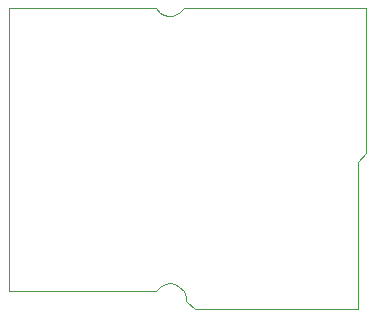
<source format=gbr>
%TF.GenerationSoftware,KiCad,Pcbnew,8.0.5*%
%TF.CreationDate,2025-10-24T05:54:48-05:00*%
%TF.ProjectId,iris-128s,69726973-2d31-4323-9873-2e6b69636164,1*%
%TF.SameCoordinates,Original*%
%TF.FileFunction,Profile,NP*%
%FSLAX46Y46*%
G04 Gerber Fmt 4.6, Leading zero omitted, Abs format (unit mm)*
G04 Created by KiCad (PCBNEW 8.0.5) date 2025-10-24 05:54:48*
%MOMM*%
%LPD*%
G01*
G04 APERTURE LIST*
%TA.AperFunction,Profile*%
%ADD10C,0.050000*%
%TD*%
G04 APERTURE END LIST*
D10*
X95500000Y-104000000D02*
X95500000Y-80000000D01*
X109900000Y-103600000D02*
X110300000Y-104000000D01*
X110000000Y-80350000D02*
X110300000Y-80000000D01*
X125700000Y-80000000D02*
X125700000Y-92300000D01*
X107900000Y-104000000D02*
X108300000Y-103600000D01*
X108950000Y-80700000D02*
X109300000Y-80700000D01*
X95500000Y-80000000D02*
X107900000Y-80000000D01*
X108300000Y-103600000D02*
X108700000Y-103400000D01*
X107900000Y-104000000D02*
X95500000Y-104000000D01*
X110300000Y-104000000D02*
X110500000Y-104500000D01*
X121000000Y-105500000D02*
X111200000Y-105500000D01*
X107900000Y-80000000D02*
X108250000Y-80400000D01*
X110500000Y-104500000D02*
X110500000Y-104800000D01*
X109500000Y-103402497D02*
X109900000Y-103600000D01*
X109700000Y-80550000D02*
X110000000Y-80350000D01*
X125000000Y-93000000D02*
X125000000Y-105500000D01*
X109100000Y-103300000D02*
X109500000Y-103402497D01*
X109300000Y-80700000D02*
X109700000Y-80550000D01*
X108250000Y-80400000D02*
X108600000Y-80600000D01*
X125700000Y-92300000D02*
X125000000Y-93000000D01*
X111200000Y-105500000D02*
X110500000Y-104800000D01*
X108700000Y-103400000D02*
X109100000Y-103300000D01*
X125000000Y-105500000D02*
X121000000Y-105500000D01*
X108600000Y-80600000D02*
X108950000Y-80700000D01*
X110300000Y-80000000D02*
X125700000Y-80000000D01*
M02*

</source>
